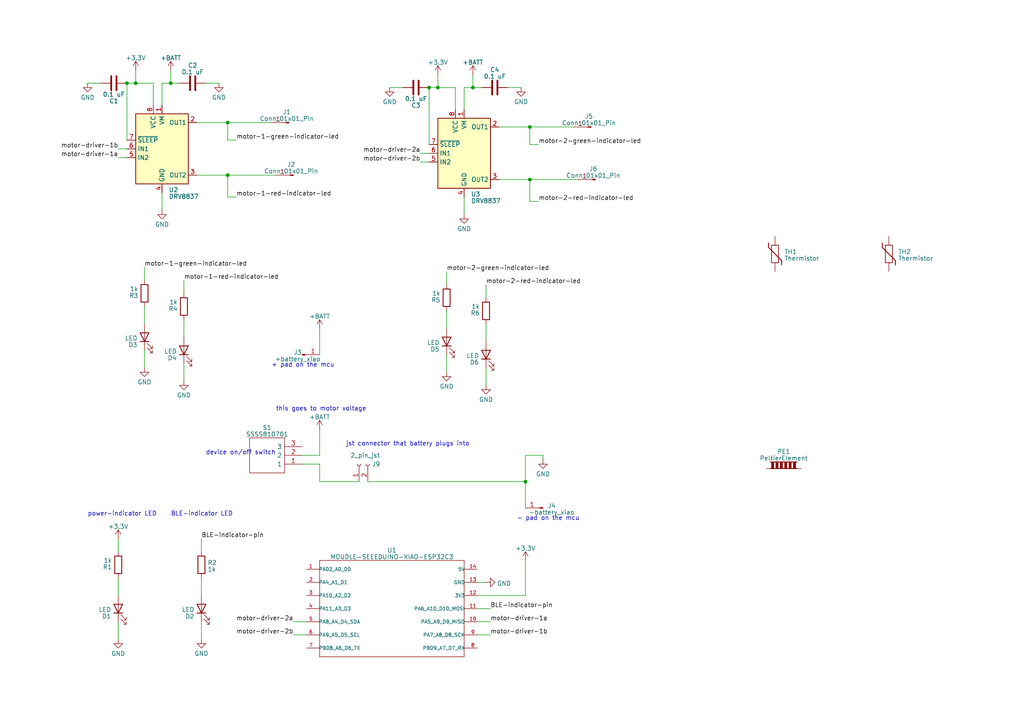
<source format=kicad_sch>
(kicad_sch (version 20230121) (generator eeschema)
  (paper "A4")
  (lib_symbols
    (symbol "Connector:Conn_01x01_Pin" (pin_names (offset 1.016) hide)
      (property "Reference" "J" (at 0 2.54 0))
      (property "Value" "Conn_01x01_Pin" (at 0 -2.54 0))
      (symbol "Conn_01x01_Pin_1_1"
        (polyline (pts (xy 1.27 0) (xy 0.8636 0)) (stroke (width 0.1524)))
        (rectangle (start 0.8636 0.127) (end 0 -0.127) (stroke (width 0.1524)) (fill (type outline)))
        (pin passive line (at 5.08 0 180) (length 3.81) (name "Pin_1") (number "1"))
      )
    )
    (symbol "Connector:Conn_01x02_Socket" (pin_names (offset 1.016) hide)
      (property "Reference" "J" (at 0 2.54 0))
      (property "Value" "Conn_01x02_Socket" (at 0 -5.08 0))
      (symbol "Conn_01x02_Socket_1_1"
        (arc (start 0 -2.032) (mid -0.5058 -2.54) (end 0 -3.048) (stroke (width 0.1524)))
        (polyline (pts (xy -1.27 -2.54) (xy -0.508 -2.54)) (stroke (width 0.1524)))
        (polyline (pts (xy -1.27 0) (xy -0.508 0)) (stroke (width 0.1524)))
        (arc (start 0 0.508) (mid -0.5058 0) (end 0 -0.508) (stroke (width 0.1524)))
        (pin passive line (at -5.08 0 0) (length 3.81) (name "Pin_1") (number "1"))
        (pin passive line (at -5.08 -2.54 0) (length 3.81) (name "Pin_2") (number "2"))
      )
    )
    (symbol "Device:C" (pin_numbers hide) (pin_names (offset 0.254))
      (property "Reference" "C" (at 0.635 2.54 0))
      (property "Value" "C" (at 0.635 -2.54 0))
      (symbol "C_0_1"
        (polyline (pts (xy -2.032 -0.762) (xy 2.032 -0.762)) (stroke (width 0.508)))
        (polyline (pts (xy -2.032 0.762) (xy 2.032 0.762)) (stroke (width 0.508)))
      )
      (symbol "C_1_1"
        (pin passive line (at 0 3.81 270) (length 2.794) (name "~") (number "1"))
        (pin passive line (at 0 -3.81 90) (length 2.794) (name "~") (number "2"))
      )
    )
    (symbol "Device:LED" (pin_numbers hide) (pin_names (offset 1.016) hide)
      (property "Reference" "D" (at 0 2.54 0))
      (property "Value" "LED" (at 0 -2.54 0))
      (symbol "LED_0_1"
        (polyline (pts (xy -1.27 -1.27) (xy -1.27 1.27)) (stroke (width 0.254)))
        (polyline (pts (xy -1.27 0) (xy 1.27 0)))
        (polyline (pts (xy 1.27 -1.27) (xy 1.27 1.27) (xy -1.27 0) (xy 1.27 -1.27)) (stroke (width 0.254)))
        (polyline (pts (xy -3.048 -0.762) (xy -4.572 -2.286) (xy -3.81 -2.286) (xy -4.572 -2.286) (xy -4.572 -1.524)))
        (polyline (pts (xy -1.778 -0.762) (xy -3.302 -2.286) (xy -2.54 -2.286) (xy -3.302 -2.286) (xy -3.302 -1.524)))
      )
      (symbol "LED_1_1"
        (pin passive line (at -3.81 0 0) (length 2.54) (name "K") (number "1"))
        (pin passive line (at 3.81 0 180) (length 2.54) (name "A") (number "2"))
      )
    )
    (symbol "Device:PeltierElement" (pin_numbers hide) (pin_names (offset 0))
      (property "Reference" "PE" (at 0 3.175 0))
      (property "Value" "PeltierElement" (at 0 -1.27 0))
      (symbol "PeltierElement_0_1"
        (rectangle (start -3.556 1.905) (end -2.921 0) (fill (type outline)))
        (rectangle (start -2.286 1.905) (end -1.651 0) (fill (type outline)))
        (rectangle (start -0.381 1.905) (end -1.016 0) (fill (type outline)))
        (polyline (pts (xy -3.81 0) (xy 3.81 0)) (stroke (width 0.254)) (fill (type outline)))
        (polyline (pts (xy -3.81 1.905) (xy 3.81 1.905)) (stroke (width 0.254)))
        (rectangle (start 0.889 1.905) (end 0.254 0) (fill (type outline)))
        (rectangle (start 1.524 0) (end 2.159 1.905) (fill (type outline)))
        (rectangle (start 2.794 0) (end 3.429 1.905) (fill (type outline)))
      )
      (symbol "PeltierElement_1_1"
        (pin passive line (at -5.08 0 0) (length 1.27) (name "~") (number "1"))
        (pin passive line (at 5.08 0 180) (length 1.27) (name "~") (number "2"))
      )
    )
    (symbol "Device:R" (pin_numbers hide) (pin_names (offset 0))
      (property "Reference" "R" (at 2.032 0 90))
      (property "Value" "R" (at 0 0 90))
      (symbol "R_0_1"
        (rectangle (start -1.016 -2.54) (end 1.016 2.54) (stroke (width 0.254)))
      )
      (symbol "R_1_1"
        (pin passive line (at 0 3.81 270) (length 1.27) (name "~") (number "1"))
        (pin passive line (at 0 -3.81 90) (length 1.27) (name "~") (number "2"))
      )
    )
    (symbol "Device:Thermistor" (pin_numbers hide) (pin_names (offset 0))
      (property "Reference" "TH" (at 2.54 1.27 90))
      (property "Value" "Thermistor" (at -2.54 0 90))
      (symbol "Thermistor_0_1"
        (rectangle (start -1.016 2.54) (end 1.016 -2.54) (stroke (width 0.2032)))
        (polyline (pts (xy -1.905 3.175) (xy -1.905 1.905) (xy 1.905 -1.905) (xy 1.905 -3.175) (xy 1.905 -3.175)) (stroke (width 0.254)))
      )
      (symbol "Thermistor_1_1"
        (pin passive line (at 0 5.08 270) (length 2.54) (name "~") (number "1"))
        (pin passive line (at 0 -5.08 90) (length 2.54) (name "~") (number "2"))
      )
    )
    (symbol "Driver_Motor:DRV8837"
      (property "Reference" "U" (at 6.35 11.43 0))
      (property "Value" "DRV8837" (at -10.16 11.43 0))
      (symbol "DRV8837_0_1"
        (rectangle (start -7.62 10.16) (end 7.62 -10.16) (stroke (width 0.254)) (fill (type background)))
      )
      (symbol "DRV8837_1_1"
        (pin power_in line (at 0 12.7 270) (length 2.54) (name "VM") (number "1"))
        (pin output line (at 10.16 7.62 180) (length 2.54) (name "OUT1") (number "2"))
        (pin output line (at 10.16 -7.62 180) (length 2.54) (name "OUT2") (number "3"))
        (pin power_in line (at 0 -12.7 90) (length 2.54) (name "GND") (number "4"))
        (pin input line (at -10.16 -2.54 0) (length 2.54) (name "IN2") (number "5"))
        (pin input line (at -10.16 0 0) (length 2.54) (name "IN1") (number "6"))
        (pin input line (at -10.16 2.54 0) (length 2.54) (name "~{SLEEP}") (number "7"))
        (pin power_in line (at -2.54 12.7 270) (length 2.54) (name "VCC") (number "8"))
        (pin passive line (at 0 -12.7 90) (length 2.54) hide (name "GND") (number "9"))
      )
    )
    (symbol "Seeeduino-XIAO:MOUDLE-SEEEDUINO-XIAO-ESP32C3" (pin_names (offset 1.016))
      (property "Reference" "U" (at -21.59 15.24 0))
      (property "Value" "MOUDLE-SEEEDUINO-XIAO-ESP32C3" (at -21.59 13.97 0))
      (symbol "MOUDLE-SEEEDUINO-XIAO-ESP32C3_0_0"
        (polyline (pts (xy -21.59 -13.97) (xy -21.59 0)) (stroke (width 0.1524)))
        (polyline (pts (xy -21.59 -11.43) (xy -22.86 -11.43)) (stroke (width 0.1524)))
        (polyline (pts (xy -21.59 -7.62) (xy -22.86 -7.62)) (stroke (width 0.1524)))
        (polyline (pts (xy -21.59 -3.81) (xy -22.86 -3.81)) (stroke (width 0.1524)))
        (polyline (pts (xy -21.59 0) (xy -22.86 0)) (stroke (width 0.1524)))
        (polyline (pts (xy -21.59 0) (xy -21.59 3.81)) (stroke (width 0.1524)))
        (polyline (pts (xy -21.59 3.81) (xy -22.86 3.81)) (stroke (width 0.1524)))
        (polyline (pts (xy -21.59 3.81) (xy -21.59 7.62)) (stroke (width 0.1524)))
        (polyline (pts (xy -21.59 7.62) (xy -22.86 7.62)) (stroke (width 0.1524)))
        (polyline (pts (xy -21.59 7.62) (xy -21.59 11.43)) (stroke (width 0.1524)))
        (polyline (pts (xy -21.59 11.43) (xy -22.86 11.43)) (stroke (width 0.1524)))
        (polyline (pts (xy -21.59 11.43) (xy -21.59 13.97)) (stroke (width 0.1524)))
        (polyline (pts (xy -21.59 13.97) (xy 20.32 13.97)) (stroke (width 0.1524)))
        (polyline (pts (xy 20.32 -13.97) (xy -21.59 -13.97)) (stroke (width 0.1524)))
        (polyline (pts (xy 20.32 3.81) (xy 20.32 -13.97)) (stroke (width 0.1524)))
        (polyline (pts (xy 20.32 7.62) (xy 20.32 3.81)) (stroke (width 0.1524)))
        (polyline (pts (xy 20.32 11.43) (xy 20.32 7.62)) (stroke (width 0.1524)))
        (polyline (pts (xy 20.32 13.97) (xy 20.32 11.43)) (stroke (width 0.1524)))
        (polyline (pts (xy 21.59 -11.43) (xy 20.32 -11.43)) (stroke (width 0.1524)))
        (polyline (pts (xy 21.59 -7.62) (xy 20.32 -7.62)) (stroke (width 0.1524)))
        (polyline (pts (xy 21.59 -3.81) (xy 20.32 -3.81)) (stroke (width 0.1524)))
        (polyline (pts (xy 21.59 0) (xy 20.32 0)) (stroke (width 0.1524)))
        (polyline (pts (xy 21.59 3.81) (xy 20.32 3.81)) (stroke (width 0.1524)))
        (polyline (pts (xy 21.59 7.62) (xy 20.32 7.62)) (stroke (width 0.1524)))
        (polyline (pts (xy 21.59 11.43) (xy 20.32 11.43)) (stroke (width 0.1524)))
        (pin bidirectional line (at -25.4 11.43 0) (length 2.54) (name "PA02_A0_D0") (number "1"))
        (pin bidirectional line (at 24.13 -3.81 180) (length 2.54) (name "PA5_A9_D9_MISO") (number "10"))
        (pin bidirectional line (at 24.13 0 180) (length 2.54) (name "PA6_A10_D10_MOSI") (number "11"))
        (pin bidirectional line (at 24.13 3.81 180) (length 2.54) (name "3V3") (number "12"))
        (pin bidirectional line (at 24.13 7.62 180) (length 2.54) (name "GND") (number "13"))
        (pin bidirectional line (at 24.13 11.43 180) (length 2.54) (name "5V") (number "14"))
        (pin bidirectional line (at -25.4 7.62 0) (length 2.54) (name "PA4_A1_D1") (number "2"))
        (pin bidirectional line (at -25.4 3.81 0) (length 2.54) (name "PA10_A2_D2") (number "3"))
        (pin bidirectional line (at -25.4 0 0) (length 2.54) (name "PA11_A3_D3") (number "4"))
        (pin bidirectional line (at -25.4 -3.81 0) (length 2.54) (name "PA8_A4_D4_SDA") (number "5"))
        (pin bidirectional line (at -25.4 -7.62 0) (length 2.54) (name "PA9_A5_D5_SCL") (number "6"))
        (pin bidirectional line (at -25.4 -11.43 0) (length 2.54) (name "PB08_A6_D6_TX") (number "7"))
        (pin bidirectional line (at 24.13 -11.43 180) (length 2.54) (name "PB09_A7_D7_RX") (number "8"))
        (pin bidirectional line (at 24.13 -7.62 180) (length 2.54) (name "PA7_A8_D8_SCK") (number "9"))
      )
    )
    (symbol "Switch-Alpine:SSSS810701" (pin_names (offset 0.762))
      (property "Reference" "S" (at 16.51 7.62 0))
      (property "Value" "SSSS810701" (at 16.51 5.08 0))
      (symbol "SSSS810701_0_0"
        (pin passive line (at 0 0 0) (length 5.08) (name "1") (number "1"))
        (pin passive line (at 0 -2.54 0) (length 5.08) (name "2") (number "2"))
        (pin passive line (at 0 -5.08 0) (length 5.08) (name "3") (number "3"))
      )
      (symbol "SSSS810701_0_1"
        (polyline (pts (xy 5.08 2.54) (xy 15.24 2.54) (xy 15.24 -7.62) (xy 5.08 -7.62) (xy 5.08 2.54)) (stroke (width 0.1524)))
      )
    )
    (symbol "power:+3.3V" (power) (pin_names (offset 0))
      (property "Value" "+3.3V" (at 0 3.556 0))
      (symbol "+3.3V_0_1"
        (polyline (pts (xy -0.762 1.27) (xy 0 2.54)))
        (polyline (pts (xy 0 0) (xy 0 2.54)))
        (polyline (pts (xy 0 2.54) (xy 0.762 1.27)))
      )
      (symbol "+3.3V_1_1"
        (pin power_in line (at 0 0 90) (length 0) hide (name "+3.3V") (number "1"))
      )
    )
    (symbol "power:+BATT" (power) (pin_names (offset 0))
      (property "Value" "+BATT" (at 0 3.556 0))
      (symbol "+BATT_0_1"
        (polyline (pts (xy -0.762 1.27) (xy 0 2.54)))
        (polyline (pts (xy 0 0) (xy 0 2.54)))
        (polyline (pts (xy 0 2.54) (xy 0.762 1.27)))
      )
      (symbol "+BATT_1_1"
        (pin power_in line (at 0 0 90) (length 0) hide (name "+BATT") (number "1"))
      )
    )
    (symbol "power:GND" (power) (pin_names (offset 0))
      (property "Value" "GND" (at 0 -3.81 0))
      (symbol "GND_0_1"
        (polyline (pts (xy 0 0) (xy 0 -1.27) (xy 1.27 -1.27) (xy 0 -2.54) (xy -1.27 -1.27) (xy 0 -1.27)))
      )
      (symbol "GND_1_1"
        (pin power_in line (at 0 0 270) (length 0) hide (name "GND") (number "1"))
      )
    )
  )
  (junction (at 66.04 50.8))
  (junction (at 49.53 24.13))
  (junction (at 36.83 24.13))
  (junction (at 152.4 139.7))
  (junction (at 153.67 36.83))
  (junction (at 39.37 24.13))
  (junction (at 66.04 35.56))
  (junction (at 127 25.4))
  (junction (at 137.16 25.4))
  (junction (at 153.67 52.07))
  (junction (at 124.46 25.4))
  (wire (pts (xy 46.99 55.88) (xy 46.99 60.96)))
  (wire (pts (xy 58.42 156.21) (xy 58.42 160.02)))
  (wire (pts (xy 157.48 132.08) (xy 157.48 133.35)))
  (wire (pts (xy 58.42 172.72) (xy 58.42 167.64)))
  (wire (pts (xy 53.34 105.41) (xy 53.34 110.49)))
  (wire (pts (xy 57.15 50.8) (xy 66.04 50.8)))
  (wire (pts (xy 152.4 139.7) (xy 152.4 147.32)))
  (wire (pts (xy 41.91 93.98) (xy 41.91 88.9)))
  (wire (pts (xy 138.43 168.91) (xy 140.97 168.91)))
  (wire (pts (xy 116.84 25.4) (xy 113.03 25.4)))
  (wire (pts (xy 34.29 45.72) (xy 36.83 45.72)))
  (wire (pts (xy 46.99 24.13) (xy 49.53 24.13)))
  (wire (pts (xy 152.4 132.08) (xy 152.4 139.7)))
  (wire (pts (xy 153.67 58.42) (xy 153.67 52.07)))
  (wire (pts (xy 121.92 46.99) (xy 124.46 46.99)))
  (wire (pts (xy 34.29 172.72) (xy 34.29 167.64)))
  (wire (pts (xy 85.09 180.34) (xy 88.9 180.34)))
  (wire (pts (xy 140.97 106.68) (xy 140.97 111.76)))
  (wire (pts (xy 153.67 41.91) (xy 153.67 36.83)))
  (wire (pts (xy 49.53 24.13) (xy 52.07 24.13)))
  (wire (pts (xy 124.46 25.4) (xy 124.46 41.91)))
  (wire (pts (xy 36.83 24.13) (xy 36.83 40.64)))
  (wire (pts (xy 153.67 36.83) (xy 166.37 36.83)))
  (wire (pts (xy 121.92 44.45) (xy 124.46 44.45)))
  (wire (pts (xy 152.4 162.56) (xy 152.4 172.72)))
  (wire (pts (xy 152.4 172.72) (xy 138.43 172.72)))
  (wire (pts (xy 132.08 25.4) (xy 127 25.4)))
  (wire (pts (xy 156.21 41.91) (xy 153.67 41.91)))
  (wire (pts (xy 68.58 57.15) (xy 66.04 57.15)))
  (wire (pts (xy 59.69 24.13) (xy 63.5 24.13)))
  (wire (pts (xy 66.04 40.64) (xy 66.04 35.56)))
  (wire (pts (xy 66.04 35.56) (xy 78.74 35.56)))
  (wire (pts (xy 53.34 97.79) (xy 53.34 92.71)))
  (wire (pts (xy 41.91 77.47) (xy 41.91 81.28)))
  (wire (pts (xy 138.43 176.53) (xy 142.24 176.53)))
  (wire (pts (xy 127 25.4) (xy 124.46 25.4)))
  (wire (pts (xy 53.34 81.28) (xy 53.34 85.09)))
  (wire (pts (xy 106.68 139.7) (xy 152.4 139.7)))
  (wire (pts (xy 129.54 102.87) (xy 129.54 107.95)))
  (wire (pts (xy 85.09 184.15) (xy 88.9 184.15)))
  (wire (pts (xy 153.67 52.07) (xy 167.64 52.07)))
  (wire (pts (xy 66.04 50.8) (xy 80.01 50.8)))
  (wire (pts (xy 34.29 43.18) (xy 36.83 43.18)))
  (wire (pts (xy 29.21 24.13) (xy 25.4 24.13)))
  (wire (pts (xy 152.4 132.08) (xy 157.48 132.08)))
  (wire (pts (xy 132.08 25.4) (xy 132.08 31.75)))
  (wire (pts (xy 92.71 134.62) (xy 92.71 139.7)))
  (wire (pts (xy 92.71 139.7) (xy 104.14 139.7)))
  (wire (pts (xy 87.63 132.08) (xy 92.71 132.08)))
  (wire (pts (xy 57.15 35.56) (xy 66.04 35.56)))
  (wire (pts (xy 127 21.59) (xy 127 25.4)))
  (wire (pts (xy 140.97 82.55) (xy 140.97 86.36)))
  (wire (pts (xy 92.71 132.08) (xy 92.71 124.46)))
  (wire (pts (xy 87.63 134.62) (xy 92.71 134.62)))
  (wire (pts (xy 140.97 99.06) (xy 140.97 93.98)))
  (wire (pts (xy 39.37 20.32) (xy 39.37 24.13)))
  (wire (pts (xy 92.71 95.25) (xy 92.71 102.87)))
  (wire (pts (xy 138.43 180.34) (xy 142.24 180.34)))
  (wire (pts (xy 46.99 24.13) (xy 46.99 30.48)))
  (wire (pts (xy 58.42 180.34) (xy 58.42 185.42)))
  (wire (pts (xy 137.16 25.4) (xy 139.7 25.4)))
  (wire (pts (xy 129.54 78.74) (xy 129.54 82.55)))
  (wire (pts (xy 129.54 95.25) (xy 129.54 90.17)))
  (wire (pts (xy 49.53 20.32) (xy 49.53 24.13)))
  (wire (pts (xy 34.29 180.34) (xy 34.29 185.42)))
  (wire (pts (xy 34.29 156.21) (xy 34.29 160.02)))
  (wire (pts (xy 44.45 24.13) (xy 39.37 24.13)))
  (wire (pts (xy 134.62 25.4) (xy 137.16 25.4)))
  (wire (pts (xy 66.04 57.15) (xy 66.04 50.8)))
  (wire (pts (xy 138.43 184.15) (xy 142.24 184.15)))
  (wire (pts (xy 156.21 58.42) (xy 153.67 58.42)))
  (wire (pts (xy 147.32 25.4) (xy 151.13 25.4)))
  (wire (pts (xy 68.58 40.64) (xy 66.04 40.64)))
  (wire (pts (xy 144.78 52.07) (xy 153.67 52.07)))
  (wire (pts (xy 137.16 21.59) (xy 137.16 25.4)))
  (wire (pts (xy 39.37 24.13) (xy 36.83 24.13)))
  (wire (pts (xy 41.91 101.6) (xy 41.91 106.68)))
  (wire (pts (xy 44.45 24.13) (xy 44.45 30.48)))
  (wire (pts (xy 134.62 57.15) (xy 134.62 62.23)))
  (wire (pts (xy 144.78 36.83) (xy 153.67 36.83)))
  (wire (pts (xy 134.62 25.4) (xy 134.62 31.75)))
  (text "- pad on the mcu\n" (at 149.86 151.13 0) (effects (font (size 1.27 1.27)) (justify left bottom)))
  (text "device on/off switch\n" (at 59.69 132.08 0) (effects (font (size 1.27 1.27)) (justify left bottom)))
  (text "this goes to motor voltage\n" (at 80.01 119.38 0) (effects (font (size 1.27 1.27)) (justify left bottom)))
  (text "BLE-indicator LED" (at 49.53 149.86 0) (effects (font (size 1.27 1.27)) (justify left bottom)))
  (text "power-indicator LED" (at 25.4 149.86 0) (effects (font (size 1.27 1.27)) (justify left bottom)))
  (text "jst connector that battery plugs into" (at 100.33 129.54 0) (effects (font (size 1.27 1.27)) (justify left bottom)))
  (text "+ pad on the mcu\n" (at 78.74 106.68 0) (effects (font (size 1.27 1.27)) (justify left bottom)))
  (label "motor-driver-1b" (at 34.29 43.18 180))
  (label "motor-driver-2b" (at 85.09 184.15 180))
  (label "motor-1-red-indicator-led" (at 53.34 81.28 0))
  (label "motor-driver-2a" (at 121.92 44.45 180))
  (label "motor-2-green-indicator-led" (at 156.21 41.91 0))
  (label "motor-driver-1a" (at 142.24 180.34 0))
  (label "motor-1-green-indicator-led" (at 41.91 77.47 0))
  (label "motor-2-green-indicator-led" (at 129.54 78.74 0))
  (label "motor-driver-1b" (at 142.24 184.15 0))
  (label "motor-2-red-indicator-led" (at 140.97 82.55 0))
  (label "BLE-indicator-pin" (at 58.42 156.21 0))
  (label "motor-2-red-indicator-led" (at 156.21 58.42 0))
  (label "motor-driver-1a" (at 34.29 45.72 180))
  (label "motor-driver-2b" (at 121.92 46.99 180))
  (label "motor-1-green-indicator-led" (at 68.58 40.64 0))
  (label "BLE-indicator-pin" (at 142.24 176.53 0))
  (label "motor-1-red-indicator-led" (at 68.58 57.15 0))
  (label "motor-driver-2a" (at 85.09 180.34 180))
  (symbol (lib_id "power:+3.3V") (at 152.4 162.56 0) (unit 1)
    (property "Reference" "#PWR02" (effects hide))
    (property "Value" "+3.3V" (at 152.4 159.0581 0))
  )
  (symbol (lib_id "Device:R") (at 58.42 163.83 180) (unit 1)
    (property "Reference" "R2" (at 60.198 163.1863 0) (effects (justify right)))
    (property "Value" "1k" (at 60.198 165.1073 0) (effects (justify right)))
    (property "Footprint" "Resistor_SMD:R_0603_1608Metric" (effects hide))
  )
  (symbol (lib_id "Device:LED") (at 140.97 102.87 90) (unit 1)
    (property "Reference" "D6" (at 138.938 105.1012 90) (effects (justify left)))
    (property "Value" "LED" (at 138.938 103.1802 90) (effects (justify left)))
    (property "Footprint" "LED_SMD:LED_0603_1608Metric" (effects hide))
  )
  (symbol (lib_id "Switch-Alpine:SSSS810701") (at 87.63 134.62 180) (unit 1)
    (property "Reference" "S1" (at 77.47 124.0409 0))
    (property "Value" "SSSS810701" (at 77.47 125.9619 0))
    (property "Footprint" "Switch-Alpine:SSSS810701" (effects hide))
    (property "Datasheet" "http://www.alps.com/prod/info/E/HTML/Switch/Slide/SSSS8/SSSS810701.html" (effects hide))
    (property "Description" "Slide Switches Horiz 1 Pole 2 Pos 1.1 Knob 1.5 Travel" (effects hide))
    (property "Manufacturer_Name" "ALPS Electric" (effects hide))
    (property "Manufacturer_Part_Number" "SSSS810701" (effects hide))
    (property "Mouser Part Number" "688-SSSS810701" (effects hide))
    (property "Mouser Price/Stock" "https://www.mouser.co.uk/ProductDetail/Alps-Alpine/SSSS810701?qs=uROlC5LSwk1OL7pdbC2yLg%3D%3D" (effects hide))
    (property "Arrow Part Number" "SSSS810701" (effects hide))
    (property "Arrow Price/Stock" "https://www.arrow.com/en/products/ssss810701/alps-electric" (effects hide))
  )
  (symbol (lib_id "Connector:Conn_01x01_Pin") (at 172.72 52.07 180) (unit 1)
    (property "Reference" "J6" (at 172.085 48.9839 0))
    (property "Value" "Conn_01x01_Pin" (at 172.085 50.9049 0))
    (property "Footprint" "TestPoint:TestPoint_Loop_D1.80mm_Drill1.0mm_Beaded" (effects hide))
  )
  (symbol (lib_id "Device:LED") (at 41.91 97.79 90) (unit 1)
    (property "Reference" "D3" (at 39.878 100.0212 90) (effects (justify left)))
    (property "Value" "LED" (at 39.878 98.1002 90) (effects (justify left)))
    (property "Footprint" "LED_SMD:LED_0603_1608Metric" (effects hide))
  )
  (symbol (lib_id "Device:PeltierElement") (at 227.33 135.89 0) (unit 1)
    (property "Reference" "PE1" (at 227.33 130.9751 0))
    (property "Value" "PeltierElement" (at 227.33 132.8961 0))
  )
  (symbol (lib_id "Device:R") (at 140.97 90.17 180) (unit 1)
    (property "Reference" "R6" (at 139.192 90.8137 0) (effects (justify left)))
    (property "Value" "1k" (at 139.192 88.8927 0) (effects (justify left)))
    (property "Footprint" "Resistor_SMD:R_0603_1608Metric" (effects hide))
  )
  (symbol (lib_id "power:+BATT") (at 137.16 21.59 0) (unit 1)
    (property "Reference" "#PWR022" (effects hide))
    (property "Value" "+BATT" (at 137.16 18.0881 0))
  )
  (symbol (lib_id "power:GND") (at 151.13 25.4 0) (unit 1)
    (property "Reference" "#PWR023" (effects hide))
    (property "Value" "GND" (at 151.13 29.5355 0))
  )
  (symbol (lib_id "Connector:Conn_01x01_Pin") (at 87.63 102.87 0) (unit 1)
    (property "Reference" "J3" (at 86.36 102.219 0))
    (property "Value" "+battery_xiao" (at 86.36 104.14 0))
    (property "Footprint" "TestPoint:TestPoint_Pad_1.0x1.0mm" (effects hide))
  )
  (symbol (lib_id "power:GND") (at 25.4 24.13 0) (unit 1)
    (property "Reference" "#PWR08" (effects hide))
    (property "Value" "GND" (at 25.4 28.2655 0))
  )
  (symbol (lib_id "Device:R") (at 53.34 88.9 180) (unit 1)
    (property "Reference" "R4" (at 51.562 89.5437 0) (effects (justify left)))
    (property "Value" "1k" (at 51.562 87.6227 0) (effects (justify left)))
    (property "Footprint" "Resistor_SMD:R_0603_1608Metric" (effects hide))
  )
  (symbol (lib_id "power:+BATT") (at 92.71 124.46 0) (unit 1)
    (property "Reference" "#PWR015" (effects hide))
    (property "Value" "+BATT" (at 92.71 120.9581 0))
  )
  (symbol (lib_id "Device:C") (at 143.51 25.4 90) (unit 1)
    (property "Reference" "C4" (at 143.51 20.2311 90))
    (property "Value" "0.1 uF" (at 143.51 22.1521 90))
    (property "Footprint" "Capacitor_SMD:C_0603_1608Metric" (effects hide))
  )
  (symbol (lib_id "power:GND") (at 46.99 60.96 0) (unit 1)
    (property "Reference" "#PWR05" (effects hide))
    (property "Value" "GND" (at 46.99 65.0955 0))
  )
  (symbol (lib_id "Device:R") (at 41.91 85.09 180) (unit 1)
    (property "Reference" "R3" (at 40.132 85.7337 0) (effects (justify left)))
    (property "Value" "1k" (at 40.132 83.8127 0) (effects (justify left)))
    (property "Footprint" "Resistor_SMD:R_0603_1608Metric" (effects hide))
  )
  (symbol (lib_id "Device:C") (at 55.88 24.13 90) (unit 1)
    (property "Reference" "C2" (at 55.88 18.9611 90))
    (property "Value" "0.1 uF" (at 55.88 20.8821 90))
    (property "Footprint" "Capacitor_SMD:C_0603_1608Metric" (effects hide))
  )
  (symbol (lib_id "Device:Thermistor") (at 224.79 73.66 0) (unit 1)
    (property "Reference" "TH1" (at 227.457 73.0163 0) (effects (justify left)))
    (property "Value" "Thermistor" (at 227.457 74.9373 0) (effects (justify left)))
  )
  (symbol (lib_id "power:GND") (at 157.48 133.35 0) (unit 1)
    (property "Reference" "#PWR016" (effects hide))
    (property "Value" "GND" (at 157.48 137.4855 0))
  )
  (symbol (lib_id "power:GND") (at 129.54 107.95 0) (unit 1)
    (property "Reference" "#PWR011" (effects hide))
    (property "Value" "GND" (at 129.54 112.0855 0))
  )
  (symbol (lib_id "power:GND") (at 41.91 106.68 0) (unit 1)
    (property "Reference" "#PWR010" (effects hide))
    (property "Value" "GND" (at 41.91 110.8155 0))
  )
  (symbol (lib_id "Device:C") (at 33.02 24.13 270) (unit 1)
    (property "Reference" "C1" (at 33.02 29.2989 90))
    (property "Value" "0.1 uF" (at 33.02 27.3779 90))
    (property "Footprint" "Capacitor_SMD:C_0603_1608Metric" (effects hide))
  )
  (symbol (lib_id "power:GND") (at 140.97 168.91 90) (unit 1)
    (property "Reference" "#PWR01" (effects hide))
    (property "Value" "GND" (at 144.145 169.2268 90) (effects (justify right)))
  )
  (symbol (lib_id "Connector:Conn_01x02_Socket") (at 104.14 134.62 90) (unit 1)
    (property "Reference" "J9" (at 107.8992 134.6113 90) (effects (justify right)))
    (property "Value" "2_pin_jst" (at 101.6 132.08 90) (effects (justify right)))
    (property "Footprint" "Connector_JST:JST_PH_S2B-PH-K_1x02_P2.00mm_Horizontal" (effects hide))
  )
  (symbol (lib_id "Device:LED") (at 34.29 176.53 90) (unit 1)
    (property "Reference" "D1" (at 32.258 178.7612 90) (effects (justify left)))
    (property "Value" "LED" (at 32.258 176.8402 90) (effects (justify left)))
    (property "Footprint" "LED_SMD:LED_0603_1608Metric" (effects hide))
  )
  (symbol (lib_id "power:GND") (at 58.42 185.42 0) (unit 1)
    (property "Reference" "#PWR06" (effects hide))
    (property "Value" "GND" (at 58.42 189.5555 0))
  )
  (symbol (lib_id "power:GND") (at 134.62 62.23 0) (unit 1)
    (property "Reference" "#PWR021" (effects hide))
    (property "Value" "GND" (at 134.62 66.3655 0))
  )
  (symbol (lib_id "Device:R") (at 34.29 163.83 180) (unit 1)
    (property "Reference" "R1" (at 32.512 164.4737 0) (effects (justify left)))
    (property "Value" "1k" (at 32.512 162.5527 0) (effects (justify left)))
    (property "Footprint" "Resistor_SMD:R_0603_1608Metric" (effects hide))
  )
  (symbol (lib_id "Connector:Conn_01x01_Pin") (at 157.48 147.32 180) (unit 1)
    (property "Reference" "J4" (at 160.02 146.669 0))
    (property "Value" "-battery_xiao" (at 160.02 148.59 0))
    (property "Footprint" "TestPoint:TestPoint_Pad_1.0x1.0mm" (effects hide))
  )
  (symbol (lib_id "Device:C") (at 120.65 25.4 270) (unit 1)
    (property "Reference" "C3" (at 120.65 30.5689 90))
    (property "Value" "0.1 uF" (at 120.65 28.6479 90))
    (property "Footprint" "Capacitor_SMD:C_0603_1608Metric" (effects hide))
  )
  (symbol (lib_id "Driver_Motor:DRV8837") (at 134.62 44.45 0) (unit 1)
    (property "Reference" "U3" (at 136.5759 56.3325 0) (effects (justify left)))
    (property "Value" "DRV8837" (at 136.5759 58.2535 0) (effects (justify left)))
    (property "Footprint" "Package_SON:WSON-8-1EP_2x2mm_P0.5mm_EP0.9x1.6mm" (effects hide))
    (property "Datasheet" "http://www.ti.com/lit/ds/symlink/drv8837.pdf" (effects hide))
  )
  (symbol (lib_id "power:+BATT") (at 49.53 20.32 0) (unit 1)
    (property "Reference" "#PWR013" (effects hide))
    (property "Value" "+BATT" (at 49.53 16.8181 0))
  )
  (symbol (lib_id "Connector:Conn_01x01_Pin") (at 83.82 35.56 180) (unit 1)
    (property "Reference" "J1" (at 83.185 32.4739 0))
    (property "Value" "Conn_01x01_Pin" (at 83.185 34.3949 0))
    (property "Footprint" "TestPoint:TestPoint_Loop_D1.80mm_Drill1.0mm_Beaded" (effects hide))
  )
  (symbol (lib_id "power:GND") (at 53.34 110.49 0) (unit 1)
    (property "Reference" "#PWR09" (effects hide))
    (property "Value" "GND" (at 53.34 114.6255 0))
  )
  (symbol (lib_id "power:GND") (at 113.03 25.4 0) (unit 1)
    (property "Reference" "#PWR018" (effects hide))
    (property "Value" "GND" (at 113.03 29.5355 0))
  )
  (symbol (lib_id "Device:LED") (at 53.34 101.6 90) (unit 1)
    (property "Reference" "D4" (at 51.308 103.8312 90) (effects (justify left)))
    (property "Value" "LED" (at 51.308 101.9102 90) (effects (justify left)))
    (property "Footprint" "LED_SMD:LED_0603_1608Metric" (effects hide))
  )
  (symbol (lib_id "Device:R") (at 129.54 86.36 180) (unit 1)
    (property "Reference" "R5" (at 127.762 87.0037 0) (effects (justify left)))
    (property "Value" "1k" (at 127.762 85.0827 0) (effects (justify left)))
    (property "Footprint" "Resistor_SMD:R_0603_1608Metric" (effects hide))
  )
  (symbol (lib_id "Connector:Conn_01x01_Pin") (at 171.45 36.83 180) (unit 1)
    (property "Reference" "J5" (at 170.815 33.7439 0))
    (property "Value" "Conn_01x01_Pin" (at 170.815 35.6649 0))
    (property "Footprint" "TestPoint:TestPoint_Loop_D1.80mm_Drill1.0mm_Beaded" (effects hide))
  )
  (symbol (lib_id "Device:LED") (at 58.42 176.53 90) (unit 1)
    (property "Reference" "D2" (at 56.388 178.7612 90) (effects (justify left)))
    (property "Value" "LED" (at 56.388 176.8402 90) (effects (justify left)))
    (property "Footprint" "LED_SMD:LED_0603_1608Metric" (effects hide))
  )
  (symbol (lib_id "Connector:Conn_01x01_Pin") (at 85.09 50.8 180) (unit 1)
    (property "Reference" "J2" (at 84.455 47.7139 0))
    (property "Value" "Conn_01x01_Pin" (at 84.455 49.6349 0))
    (property "Footprint" "TestPoint:TestPoint_Loop_D1.80mm_Drill1.0mm_Beaded" (effects hide))
  )
  (symbol (lib_id "power:GND") (at 34.29 185.42 0) (unit 1)
    (property "Reference" "#PWR04" (effects hide))
    (property "Value" "GND" (at 34.29 189.5555 0))
  )
  (symbol (lib_id "Driver_Motor:DRV8837") (at 46.99 43.18 0) (unit 1)
    (property "Reference" "U2" (at 48.9459 55.0625 0) (effects (justify left)))
    (property "Value" "DRV8837" (at 48.9459 56.9835 0) (effects (justify left)))
    (property "Footprint" "Package_SON:WSON-8-1EP_2x2mm_P0.5mm_EP0.9x1.6mm" (effects hide))
    (property "Datasheet" "http://www.ti.com/lit/ds/symlink/drv8837.pdf" (effects hide))
  )
  (symbol (lib_id "Device:LED") (at 129.54 99.06 90) (unit 1)
    (property "Reference" "D5" (at 127.508 101.2912 90) (effects (justify left)))
    (property "Value" "LED" (at 127.508 99.3702 90) (effects (justify left)))
    (property "Footprint" "LED_SMD:LED_0603_1608Metric" (effects hide))
  )
  (symbol (lib_id "power:+3.3V") (at 127 21.59 0) (unit 1)
    (property "Reference" "#PWR020" (effects hide))
    (property "Value" "+3.3V" (at 127 18.0881 0))
  )
  (symbol (lib_id "Device:Thermistor") (at 257.81 73.66 0) (unit 1)
    (property "Reference" "TH2" (at 260.477 73.0163 0) (effects (justify left)))
    (property "Value" "Thermistor" (at 260.477 74.9373 0) (effects (justify left)))
  )
  (symbol (lib_id "power:+3.3V") (at 39.37 20.32 0) (unit 1)
    (property "Reference" "#PWR07" (effects hide))
    (property "Value" "+3.3V" (at 39.37 16.8181 0))
  )
  (symbol (lib_id "power:+BATT") (at 92.71 95.25 0) (unit 1)
    (property "Reference" "#PWR017" (effects hide))
    (property "Value" "+BATT" (at 92.71 91.7481 0))
  )
  (symbol (lib_id "Seeeduino-XIAO:MOUDLE-SEEEDUINO-XIAO-ESP32C3") (at 114.3 176.53 0) (unit 1)
    (property "Reference" "U1" (at 113.665 159.6009 0))
    (property "Value" "MOUDLE-SEEEDUINO-XIAO-ESP32C3" (at 113.665 161.5219 0))
    (property "Footprint" "Seeeduino-XIAO:MOUDLE14P-SMD-2.54-21X17.8MM" (effects hide))
  )
  (symbol (lib_id "power:GND") (at 140.97 111.76 0) (unit 1)
    (property "Reference" "#PWR014" (effects hide))
    (property "Value" "GND" (at 140.97 115.8955 0))
  )
  (symbol (lib_id "power:+3.3V") (at 34.29 156.21 0) (unit 1)
    (property "Reference" "#PWR03" (effects hide))
    (property "Value" "+3.3V" (at 34.29 152.7081 0))
  )
  (symbol (lib_id "power:GND") (at 63.5 24.13 0) (unit 1)
    (property "Reference" "#PWR012" (effects hide))
    (property "Value" "GND" (at 63.5 28.2655 0))
  )
)
</source>
